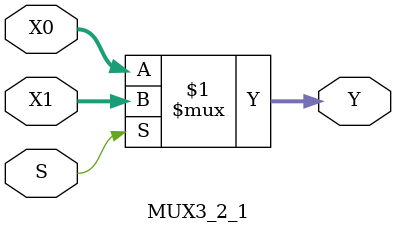
<source format=v>
`timescale 1ns / 1ps
module MUX3_2_1(
    input wire [2:0] X1, // 3
    input wire [2:0] X0, // 3
    input wire S,        // 
    output wire [2:0] Y  // 3
);

    assign Y = S ? X1 : X0;

endmodule
</source>
